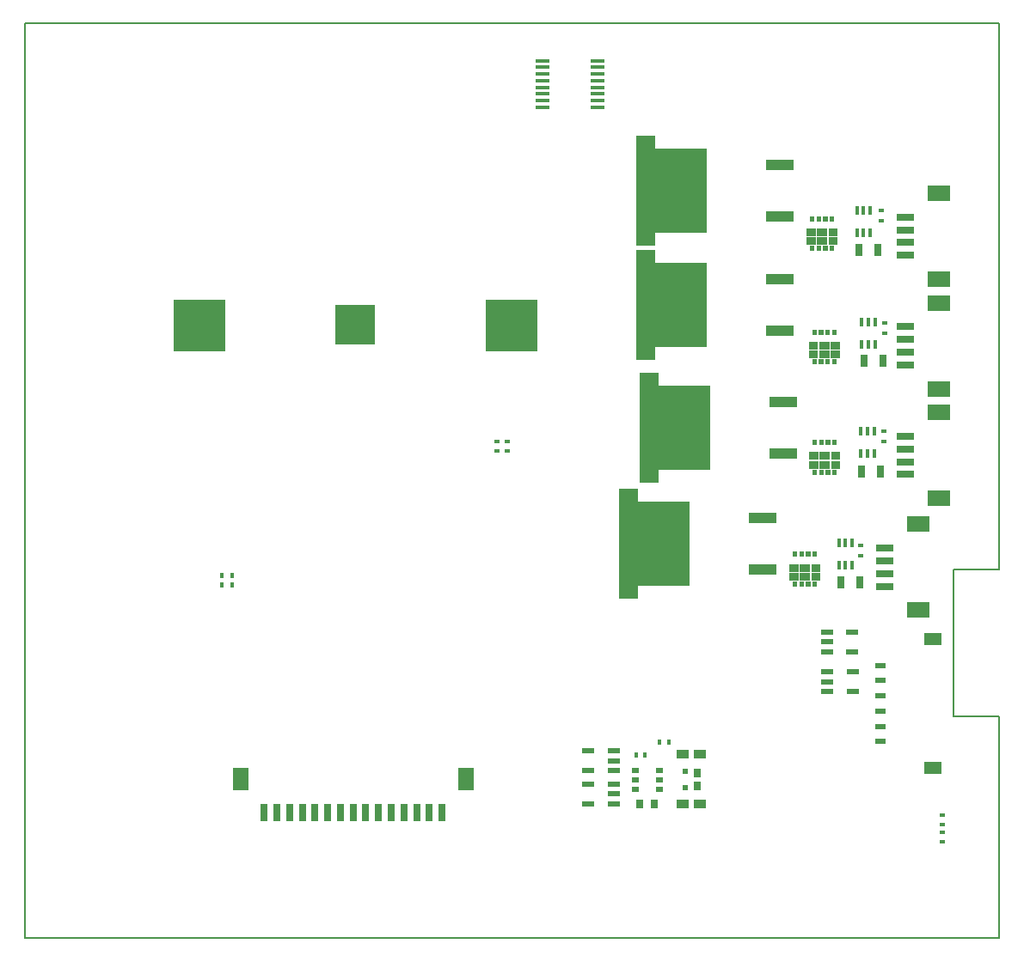
<source format=gbp>
G04*
G04 #@! TF.GenerationSoftware,Altium Limited,Altium Designer,18.1.9 (240)*
G04*
G04 Layer_Color=128*
%FSLAX44Y44*%
%MOMM*%
G71*
G01*
G75*
%ADD20C,0.1520*%
%ADD21R,0.6000X0.4000*%
%ADD24R,0.4000X0.6000*%
%ADD27R,1.8000X0.7000*%
%ADD28R,2.2000X1.6000*%
%ADD29R,0.4500X0.6000*%
%ADD30R,0.6000X0.4500*%
%ADD34R,1.2200X0.6000*%
%ADD54R,0.3500X0.8500*%
%ADD55R,0.7000X1.3000*%
%ADD154R,1.2100X0.5900*%
%ADD155R,3.9600X3.9600*%
%ADD156R,5.0800X5.0800*%
%ADD157R,1.0000X0.6000*%
%ADD158R,1.8000X1.2500*%
%ADD159R,1.4000X0.3500*%
%ADD160R,0.7000X1.8000*%
%ADD161R,1.6000X2.2000*%
%ADD163R,1.9100X10.8000*%
%ADD164R,5.0800X8.3300*%
%ADD165R,2.8000X1.0500*%
%ADD166R,0.8000X0.9000*%
%ADD167R,0.8000X0.5500*%
%ADD168R,1.2500X0.9000*%
%ADD169R,0.7500X0.9000*%
%ADD170R,0.5500X0.5500*%
G36*
X783030Y352330D02*
X774140D01*
Y359950D01*
X783030D01*
Y352330D01*
D02*
G37*
G36*
X772870D02*
X762710D01*
Y359950D01*
X772870D01*
Y352330D01*
D02*
G37*
G36*
X761440D02*
X752550D01*
Y359950D01*
X761440D01*
Y352330D01*
D02*
G37*
G36*
X779790Y346510D02*
X775290D01*
Y351610D01*
X779790D01*
Y346510D01*
D02*
G37*
G36*
X773290D02*
X768790D01*
Y351610D01*
X773290D01*
Y346510D01*
D02*
G37*
G36*
X766790D02*
X762290D01*
Y351610D01*
X766790D01*
Y346510D01*
D02*
G37*
G36*
X760290D02*
X755790D01*
Y351610D01*
X760290D01*
Y346510D01*
D02*
G37*
G36*
X779790Y375910D02*
X775290D01*
Y381010D01*
X779790D01*
Y375910D01*
D02*
G37*
G36*
X773290D02*
X768790D01*
Y381010D01*
X773290D01*
Y375910D01*
D02*
G37*
G36*
X766790D02*
X762290D01*
Y381010D01*
X766790D01*
Y375910D01*
D02*
G37*
G36*
X760290D02*
X755790D01*
Y381010D01*
X760290D01*
Y375910D01*
D02*
G37*
G36*
X783030Y361220D02*
X774140D01*
Y368840D01*
X783030D01*
Y361220D01*
D02*
G37*
G36*
X772870D02*
X762710D01*
Y368840D01*
X772870D01*
Y361220D01*
D02*
G37*
G36*
X761440D02*
X752550D01*
Y368840D01*
X761440D01*
Y361220D01*
D02*
G37*
G36*
X802640Y462840D02*
X793750D01*
Y470460D01*
X802640D01*
Y462840D01*
D02*
G37*
G36*
X792480D02*
X782320D01*
Y470460D01*
X792480D01*
Y462840D01*
D02*
G37*
G36*
X781050D02*
X772160D01*
Y470460D01*
X781050D01*
Y462840D01*
D02*
G37*
G36*
X799400Y457020D02*
X794900D01*
Y462120D01*
X799400D01*
Y457020D01*
D02*
G37*
G36*
X792900D02*
X788400D01*
Y462120D01*
X792900D01*
Y457020D01*
D02*
G37*
G36*
X786400D02*
X781900D01*
Y462120D01*
X786400D01*
Y457020D01*
D02*
G37*
G36*
X779900D02*
X775400D01*
Y462120D01*
X779900D01*
Y457020D01*
D02*
G37*
G36*
X799400Y486420D02*
X794900D01*
Y491520D01*
X799400D01*
Y486420D01*
D02*
G37*
G36*
X792900D02*
X788400D01*
Y491520D01*
X792900D01*
Y486420D01*
D02*
G37*
G36*
X786400D02*
X781900D01*
Y491520D01*
X786400D01*
Y486420D01*
D02*
G37*
G36*
X779900D02*
X775400D01*
Y491520D01*
X779900D01*
Y486420D01*
D02*
G37*
G36*
X802640Y471730D02*
X793750D01*
Y479350D01*
X802640D01*
Y471730D01*
D02*
G37*
G36*
X792480D02*
X782320D01*
Y479350D01*
X792480D01*
Y471730D01*
D02*
G37*
G36*
X781050D02*
X772160D01*
Y479350D01*
X781050D01*
Y471730D01*
D02*
G37*
G36*
X802340Y571500D02*
X793450D01*
Y579120D01*
X802340D01*
Y571500D01*
D02*
G37*
G36*
X792180D02*
X782020D01*
Y579120D01*
X792180D01*
Y571500D01*
D02*
G37*
G36*
X780750D02*
X771860D01*
Y579120D01*
X780750D01*
Y571500D01*
D02*
G37*
G36*
X799100Y565680D02*
X794600D01*
Y570780D01*
X799100D01*
Y565680D01*
D02*
G37*
G36*
X792600D02*
X788100D01*
Y570780D01*
X792600D01*
Y565680D01*
D02*
G37*
G36*
X786100D02*
X781600D01*
Y570780D01*
X786100D01*
Y565680D01*
D02*
G37*
G36*
X779600D02*
X775100D01*
Y570780D01*
X779600D01*
Y565680D01*
D02*
G37*
G36*
X799100Y595080D02*
X794600D01*
Y600180D01*
X799100D01*
Y595080D01*
D02*
G37*
G36*
X792600D02*
X788100D01*
Y600180D01*
X792600D01*
Y595080D01*
D02*
G37*
G36*
X786100D02*
X781600D01*
Y600180D01*
X786100D01*
Y595080D01*
D02*
G37*
G36*
X779600D02*
X775100D01*
Y600180D01*
X779600D01*
Y595080D01*
D02*
G37*
G36*
X802340Y580390D02*
X793450D01*
Y588010D01*
X802340D01*
Y580390D01*
D02*
G37*
G36*
X792180D02*
X782020D01*
Y588010D01*
X792180D01*
Y580390D01*
D02*
G37*
G36*
X780750D02*
X771860D01*
Y588010D01*
X780750D01*
Y580390D01*
D02*
G37*
G36*
X800011Y683260D02*
X791121D01*
Y690880D01*
X800011D01*
Y683260D01*
D02*
G37*
G36*
X789851D02*
X779691D01*
Y690880D01*
X789851D01*
Y683260D01*
D02*
G37*
G36*
X778421D02*
X769531D01*
Y690880D01*
X778421D01*
Y683260D01*
D02*
G37*
G36*
X796771Y677440D02*
X792271D01*
Y682540D01*
X796771D01*
Y677440D01*
D02*
G37*
G36*
X790271D02*
X785771D01*
Y682540D01*
X790271D01*
Y677440D01*
D02*
G37*
G36*
X783771D02*
X779271D01*
Y682540D01*
X783771D01*
Y677440D01*
D02*
G37*
G36*
X777271D02*
X772771D01*
Y682540D01*
X777271D01*
Y677440D01*
D02*
G37*
G36*
X796771Y706840D02*
X792271D01*
Y711940D01*
X796771D01*
Y706840D01*
D02*
G37*
G36*
X790271D02*
X785771D01*
Y711940D01*
X790271D01*
Y706840D01*
D02*
G37*
G36*
X783771D02*
X779271D01*
Y711940D01*
X783771D01*
Y706840D01*
D02*
G37*
G36*
X777271D02*
X772771D01*
Y711940D01*
X777271D01*
Y706840D01*
D02*
G37*
G36*
X800011Y692150D02*
X791121D01*
Y699770D01*
X800011D01*
Y692150D01*
D02*
G37*
G36*
X789851D02*
X779691D01*
Y699770D01*
X789851D01*
Y692150D01*
D02*
G37*
G36*
X778421D02*
X769531D01*
Y699770D01*
X778421D01*
Y692150D01*
D02*
G37*
D20*
X958850Y363220D02*
Y901700D01*
X0D02*
X958850D01*
X0Y0D02*
Y901700D01*
Y0D02*
X958850D01*
Y218440D01*
X914400D02*
X958850D01*
X914400D02*
Y363220D01*
X958850D01*
D21*
X903355Y112358D02*
D03*
Y121358D02*
D03*
Y95158D02*
D03*
Y104158D02*
D03*
D24*
X624548Y193040D02*
D03*
X633548D02*
D03*
X610465Y180340D02*
D03*
X601465D02*
D03*
D27*
X846582Y347050D02*
D03*
Y359550D02*
D03*
Y384550D02*
D03*
Y372050D02*
D03*
X866902Y673300D02*
D03*
Y685800D02*
D03*
Y710800D02*
D03*
Y698300D02*
D03*
Y565290D02*
D03*
Y577790D02*
D03*
Y602790D02*
D03*
Y590290D02*
D03*
Y457307D02*
D03*
Y469807D02*
D03*
Y494807D02*
D03*
Y482307D02*
D03*
D28*
X879582Y408050D02*
D03*
Y323550D02*
D03*
X899902Y734300D02*
D03*
Y649800D02*
D03*
Y626290D02*
D03*
Y541790D02*
D03*
Y518307D02*
D03*
Y433807D02*
D03*
D29*
X203500Y348344D02*
D03*
X193500D02*
D03*
X203660Y357964D02*
D03*
X193660D02*
D03*
D30*
X822975Y377444D02*
D03*
Y387444D02*
D03*
X845875Y489629D02*
D03*
Y499629D02*
D03*
X846540Y596622D02*
D03*
Y606622D02*
D03*
X843280Y707202D02*
D03*
Y717201D02*
D03*
X464820Y480140D02*
D03*
Y490140D02*
D03*
X474980Y480140D02*
D03*
Y490140D02*
D03*
D34*
X579500Y151740D02*
D03*
Y142240D02*
D03*
Y132740D02*
D03*
X554600D02*
D03*
Y151740D02*
D03*
X579500Y184680D02*
D03*
Y175180D02*
D03*
Y165680D02*
D03*
X554600D02*
D03*
Y184680D02*
D03*
D54*
X819000Y695120D02*
D03*
X825500D02*
D03*
X832000D02*
D03*
Y717120D02*
D03*
X825500D02*
D03*
X819000D02*
D03*
X822960Y499709D02*
D03*
X829460D02*
D03*
X835960D02*
D03*
Y477709D02*
D03*
X829460D02*
D03*
X822960D02*
D03*
X801200Y390032D02*
D03*
X807700D02*
D03*
X814200D02*
D03*
Y368032D02*
D03*
X807700D02*
D03*
X801200D02*
D03*
X823720Y607210D02*
D03*
X830220D02*
D03*
X836720D02*
D03*
Y585210D02*
D03*
X830220D02*
D03*
X823720D02*
D03*
D55*
X803300Y350520D02*
D03*
X822300D02*
D03*
X823260Y460056D02*
D03*
X842260D02*
D03*
X821080Y678180D02*
D03*
X840080D02*
D03*
X826160Y568960D02*
D03*
X845160D02*
D03*
D154*
X789690Y243460D02*
D03*
Y252960D02*
D03*
Y262460D02*
D03*
X814790D02*
D03*
Y243460D02*
D03*
X789370Y282620D02*
D03*
Y292120D02*
D03*
Y301620D02*
D03*
X814470D02*
D03*
Y282620D02*
D03*
D155*
X325000Y604774D02*
D03*
D156*
X171350Y604264D02*
D03*
X478650D02*
D03*
D157*
X842260Y209000D02*
D03*
Y194000D02*
D03*
Y224000D02*
D03*
Y239000D02*
D03*
Y254000D02*
D03*
Y269000D02*
D03*
D158*
X894160Y167950D02*
D03*
Y295050D02*
D03*
D159*
X509840Y819483D02*
D03*
Y825983D02*
D03*
Y832483D02*
D03*
Y838983D02*
D03*
Y845483D02*
D03*
Y851983D02*
D03*
Y858483D02*
D03*
Y864983D02*
D03*
X563840Y819483D02*
D03*
Y825983D02*
D03*
Y832483D02*
D03*
Y838983D02*
D03*
Y845483D02*
D03*
Y851983D02*
D03*
Y858483D02*
D03*
Y864983D02*
D03*
D160*
X272960Y124000D02*
D03*
X260460D02*
D03*
X285460D02*
D03*
X235460D02*
D03*
X247960D02*
D03*
X310460D02*
D03*
X297960D02*
D03*
X360460D02*
D03*
X347960D02*
D03*
X322960D02*
D03*
X335460D02*
D03*
X385460D02*
D03*
X372960D02*
D03*
X397960D02*
D03*
X410460D02*
D03*
D161*
X211960Y157000D02*
D03*
X433960D02*
D03*
D163*
X594098Y388620D02*
D03*
X611050Y736600D02*
D03*
Y624768D02*
D03*
X614610Y503109D02*
D03*
D164*
X629048Y388620D02*
D03*
X646000Y736600D02*
D03*
Y624768D02*
D03*
X649560Y503109D02*
D03*
D165*
X726247Y363220D02*
D03*
Y414020D02*
D03*
X743200Y711200D02*
D03*
Y762000D02*
D03*
Y599368D02*
D03*
Y650168D02*
D03*
X746760Y477709D02*
D03*
Y528509D02*
D03*
D166*
X619140Y132080D02*
D03*
X605140D02*
D03*
D167*
X600877Y156108D02*
D03*
Y165608D02*
D03*
Y146608D02*
D03*
X624877D02*
D03*
Y165608D02*
D03*
Y156108D02*
D03*
D168*
X664348Y132080D02*
D03*
X647848D02*
D03*
X664348Y181180D02*
D03*
X647848D02*
D03*
D169*
X662097Y150380D02*
D03*
Y162880D02*
D03*
D170*
X650098Y148630D02*
D03*
Y164630D02*
D03*
M02*

</source>
